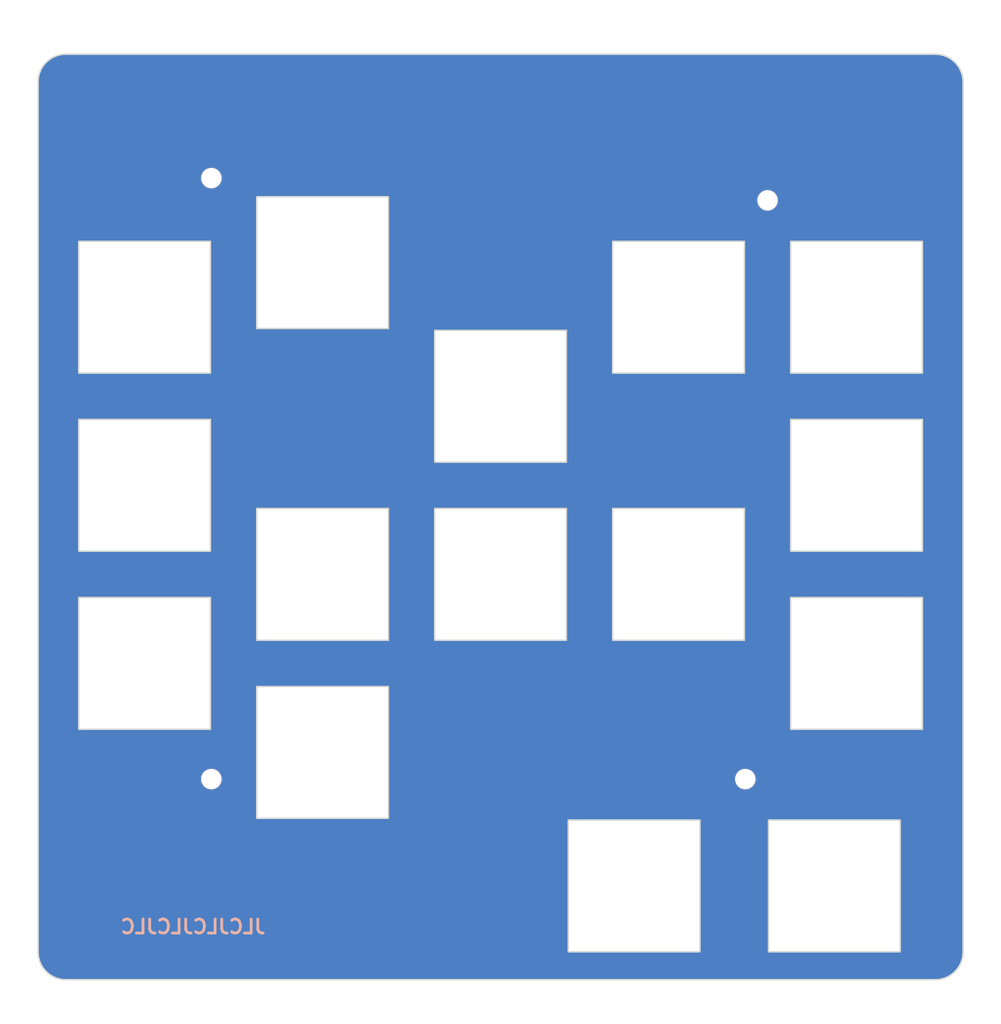
<source format=kicad_pcb>
(kicad_pcb (version 20221018) (generator pcbnew)
  (title_block (title "ISW-GEODE") (rev "1.0"))
  (layers (0 "F.Cu" signal) (31 "B.Cu" signal) (34 "B.Paste" user) (35 "F.Paste" user) (36 "B.SilkS" user "B.Silkscreen") (37 "F.SilkS" user "F.Silkscreen") (38 "B.Mask" user) (39 "F.Mask" user) (44 "Edge.Cuts" user))
  (net 0 "")
  (footprint "kbd_Hole:m2_Screw_Hole_EdgeCuts" (layer "F.Cu") (at 54.044945 102.7375)
    (fp_text reference "Ref04" hide)
    (fp_text value "Val01" hide)
    (fp_circle (center 0 0) (end 1.1 0) (stroke (width 0.01)) (fill none) (layer "Edge.Cuts"))
  )
  (footprint "kbd_SW_Hole:SW_Hole_1u" (layer "F.Cu") (at 123.101245 52.2562)
    (fp_text reference "SW12" hide)
    (fp_text value "SW_Push" hide)
    (fp_line (start -7.05 -7.05) (end 7.05 -7.05) (stroke (width 0.15)) (layer "Edge.Cuts"))
    (fp_line (start -7.05 7.05) (end -7.05 -7.05) (stroke (width 0.15)) (layer "Edge.Cuts"))
    (fp_line (start 7.05 -7.05) (end 7.05 7.05) (stroke (width 0.15)) (layer "Edge.Cuts"))
    (fp_line (start 7.05 7.05) (end -7.05 7.05) (stroke (width 0.15)) (layer "Edge.Cuts"))
  )
  (footprint "kbd_Hole:m2_Screw_Hole_EdgeCuts" (layer "F.Cu") (at 111.194945 102.7375)
    (fp_text reference "Ref03" hide)
    (fp_text value "Val01" hide)
    (fp_circle (center 0 0) (end 1.1 0) (stroke (width 0.01)) (fill none) (layer "Edge.Cuts"))
  )
  (footprint "kbd_SW_Hole:SW_Hole_1u" (layer "F.Cu") (at 65.951245 47.4937)
    (fp_text reference "SW4" hide)
    (fp_text value "SW_Push" hide)
    (fp_line (start -7.05 -7.05) (end 7.05 -7.05) (stroke (width 0.15)) (layer "Edge.Cuts"))
    (fp_line (start -7.05 7.05) (end -7.05 -7.05) (stroke (width 0.15)) (layer "Edge.Cuts"))
    (fp_line (start 7.05 -7.05) (end 7.05 7.05) (stroke (width 0.15)) (layer "Edge.Cuts"))
    (fp_line (start 7.05 7.05) (end -7.05 7.05) (stroke (width 0.15)) (layer "Edge.Cuts"))
  )
  (footprint "kbd_Hole:m2_Screw_Hole_EdgeCuts" (layer "F.Cu") (at 113.576245 40.825)
    (fp_text reference "Ref02" hide)
    (fp_text value "Val01" hide)
    (fp_circle (center 0 0) (end 1.1 0) (stroke (width 0.01)) (fill none) (layer "Edge.Cuts"))
  )
  (footprint "kbd_Hole:m2_Screw_Hole_EdgeCuts" (layer "F.Cu") (at 54.044945 38.4437)
    (fp_text reference "Ref01" hide)
    (fp_text value "Val01" hide)
    (fp_circle (center 0 0) (end 1.1 0) (stroke (width 0.01)) (fill none) (layer "Edge.Cuts"))
  )
  (footprint "kbd_SW_Hole:SW_Hole_1u" (layer "F.Cu") (at 123.101245 71.3062)
    (fp_text reference "SW13" hide)
    (fp_text value "SW_Push" hide)
    (fp_line (start -7.05 -7.05) (end 7.05 -7.05) (stroke (width 0.15)) (layer "Edge.Cuts"))
    (fp_line (start -7.05 7.05) (end -7.05 -7.05) (stroke (width 0.15)) (layer "Edge.Cuts"))
    (fp_line (start 7.05 -7.05) (end 7.05 7.05) (stroke (width 0.15)) (layer "Edge.Cuts"))
    (fp_line (start 7.05 7.05) (end -7.05 7.05) (stroke (width 0.15)) (layer "Edge.Cuts"))
  )
  (footprint "kbd_SW_Hole:SW_Hole_1u" (layer "F.Cu") (at 46.901245 71.3062)
    (fp_text reference "SW2" hide)
    (fp_text value "SW_Push" hide)
    (fp_line (start -7.05 -7.05) (end 7.05 -7.05) (stroke (width 0.15)) (layer "Edge.Cuts"))
    (fp_line (start -7.05 7.05) (end -7.05 -7.05) (stroke (width 0.15)) (layer "Edge.Cuts"))
    (fp_line (start 7.05 -7.05) (end 7.05 7.05) (stroke (width 0.15)) (layer "Edge.Cuts"))
    (fp_line (start 7.05 7.05) (end -7.05 7.05) (stroke (width 0.15)) (layer "Edge.Cuts"))
  )
  (footprint "kbd_SW_Hole:SW_Hole_1u" (layer "F.Cu") (at 46.901245 52.2562)
    (fp_text reference "SW1" hide)
    (fp_text value "SW_Push" hide)
    (fp_line (start -7.05 -7.05) (end 7.05 -7.05) (stroke (width 0.15)) (layer "Edge.Cuts"))
    (fp_line (start -7.05 7.05) (end -7.05 -7.05) (stroke (width 0.15)) (layer "Edge.Cuts"))
    (fp_line (start 7.05 -7.05) (end 7.05 7.05) (stroke (width 0.15)) (layer "Edge.Cuts"))
    (fp_line (start 7.05 7.05) (end -7.05 7.05) (stroke (width 0.15)) (layer "Edge.Cuts"))
  )
  (footprint "kbd_SW_Hole:SW_Hole_1u" (layer "F.Cu") (at 65.951245 80.8312)
    (fp_text reference "SW5" hide)
    (fp_text value "SW_Push" hide)
    (fp_line (start -7.05 -7.05) (end 7.05 -7.05) (stroke (width 0.15)) (layer "Edge.Cuts"))
    (fp_line (start -7.05 7.05) (end -7.05 -7.05) (stroke (width 0.15)) (layer "Edge.Cuts"))
    (fp_line (start 7.05 -7.05) (end 7.05 7.05) (stroke (width 0.15)) (layer "Edge.Cuts"))
    (fp_line (start 7.05 7.05) (end -7.05 7.05) (stroke (width 0.15)) (layer "Edge.Cuts"))
  )
  (footprint "kbd_SW_Hole:SW_Hole_1u" (layer "F.Cu") (at 46.901245 90.3562)
    (fp_text reference "SW3" hide)
    (fp_text value "SW_Push" hide)
    (fp_line (start -7.05 -7.05) (end 7.05 -7.05) (stroke (width 0.15)) (layer "Edge.Cuts"))
    (fp_line (start -7.05 7.05) (end -7.05 -7.05) (stroke (width 0.15)) (layer "Edge.Cuts"))
    (fp_line (start 7.05 -7.05) (end 7.05 7.05) (stroke (width 0.15)) (layer "Edge.Cuts"))
    (fp_line (start 7.05 7.05) (end -7.05 7.05) (stroke (width 0.15)) (layer "Edge.Cuts"))
  )
  (footprint "kbd_SW_Hole:SW_Hole_1.25u" (layer "F.Cu") (at 120.719945 114.1687)
    (fp_text reference "SW15" hide)
    (fp_text value "SW_Push" hide)
    (fp_line (start -7.05 -7.05) (end 7.05 -7.05) (stroke (width 0.15)) (layer "Edge.Cuts"))
    (fp_line (start -7.05 7.05) (end -7.05 -7.05) (stroke (width 0.15)) (layer "Edge.Cuts"))
    (fp_line (start 7.05 -7.05) (end 7.05 7.05) (stroke (width 0.15)) (layer "Edge.Cuts"))
    (fp_line (start 7.05 7.05) (end -7.05 7.05) (stroke (width 0.15)) (layer "Edge.Cuts"))
  )
  (footprint "kbd_SW_Hole:SW_Hole_1u" (layer "F.Cu") (at 85.001245 61.7812)
    (fp_text reference "SW7" hide)
    (fp_text value "SW_Push" hide)
    (fp_line (start -7.05 -7.05) (end 7.05 -7.05) (stroke (width 0.15)) (layer "Edge.Cuts"))
    (fp_line (start -7.05 7.05) (end -7.05 -7.05) (stroke (width 0.15)) (layer "Edge.Cuts"))
    (fp_line (start 7.05 -7.05) (end 7.05 7.05) (stroke (width 0.15)) (layer "Edge.Cuts"))
    (fp_line (start 7.05 7.05) (end -7.05 7.05) (stroke (width 0.15)) (layer "Edge.Cuts"))
  )
  (footprint "kbd_SW_Hole:SW_Hole_1u" (layer "F.Cu") (at 123.101245 90.3562)
    (fp_text reference "SW14" hide)
    (fp_text value "SW_Push" hide)
    (fp_line (start -7.05 -7.05) (end 7.05 -7.05) (stroke (width 0.15)) (layer "Edge.Cuts"))
    (fp_line (start -7.05 7.05) (end -7.05 -7.05) (stroke (width 0.15)) (layer "Edge.Cuts"))
    (fp_line (start 7.05 -7.05) (end 7.05 7.05) (stroke (width 0.15)) (layer "Edge.Cuts"))
    (fp_line (start 7.05 7.05) (end -7.05 7.05) (stroke (width 0.15)) (layer "Edge.Cuts"))
  )
  (footprint "kbd_SW_Hole:SW_Hole_1u" (layer "F.Cu") (at 104.051245 80.8312)
    (fp_text reference "SW10" hide)
    (fp_text value "SW_Push" hide)
    (fp_line (start -7.05 -7.05) (end 7.05 -7.05) (stroke (width 0.15)) (layer "Edge.Cuts"))
    (fp_line (start -7.05 7.05) (end -7.05 -7.05) (stroke (width 0.15)) (layer "Edge.Cuts"))
    (fp_line (start 7.05 -7.05) (end 7.05 7.05) (stroke (width 0.15)) (layer "Edge.Cuts"))
    (fp_line (start 7.05 7.05) (end -7.05 7.05) (stroke (width 0.15)) (layer "Edge.Cuts"))
  )
  (footprint "kbd_SW_Hole:SW_Hole_1u" (layer "F.Cu") (at 65.951245 99.8812)
    (fp_text reference "SW6" hide)
    (fp_text value "SW_Push" hide)
    (fp_line (start -7.05 -7.05) (end 7.05 -7.05) (stroke (width 0.15)) (layer "Edge.Cuts"))
    (fp_line (start -7.05 7.05) (end -7.05 -7.05) (stroke (width 0.15)) (layer "Edge.Cuts"))
    (fp_line (start 7.05 -7.05) (end 7.05 7.05) (stroke (width 0.15)) (layer "Edge.Cuts"))
    (fp_line (start 7.05 7.05) (end -7.05 7.05) (stroke (width 0.15)) (layer "Edge.Cuts"))
  )
  (footprint "kbd_SW_Hole:SW_Hole_1u" (layer "F.Cu") (at 104.051245 52.2562)
    (fp_text reference "SW9" hide)
    (fp_text value "SW_Push" hide)
    (fp_line (start -7.05 -7.05) (end 7.05 -7.05) (stroke (width 0.15)) (layer "Edge.Cuts"))
    (fp_line (start -7.05 7.05) (end -7.05 -7.05) (stroke (width 0.15)) (layer "Edge.Cuts"))
    (fp_line (start 7.05 -7.05) (end 7.05 7.05) (stroke (width 0.15)) (layer "Edge.Cuts"))
    (fp_line (start 7.05 7.05) (end -7.05 7.05) (stroke (width 0.15)) (layer "Edge.Cuts"))
  )
  (footprint "kbd_SW_Hole:SW_Hole_1u" (layer "F.Cu") (at 85.001245 80.8312)
    (fp_text reference "SW8" hide)
    (fp_text value "SW_Push" hide)
    (fp_line (start -7.05 -7.05) (end 7.05 -7.05) (stroke (width 0.15)) (layer "Edge.Cuts"))
    (fp_line (start -7.05 7.05) (end -7.05 -7.05) (stroke (width 0.15)) (layer "Edge.Cuts"))
    (fp_line (start 7.05 -7.05) (end 7.05 7.05) (stroke (width 0.15)) (layer "Edge.Cuts"))
    (fp_line (start 7.05 7.05) (end -7.05 7.05) (stroke (width 0.15)) (layer "Edge.Cuts"))
  )
  (footprint "kbd_SW_Hole:SW_Hole_1u" (layer "F.Cu") (at 99.288745 114.1687)
    (fp_text reference "SW11" hide)
    (fp_text value "SW_Push" hide)
    (fp_line (start -7.05 -7.05) (end 7.05 -7.05) (stroke (width 0.15)) (layer "Edge.Cuts"))
    (fp_line (start -7.05 7.05) (end -7.05 -7.05) (stroke (width 0.15)) (layer "Edge.Cuts"))
    (fp_line (start 7.05 -7.05) (end 7.05 7.05) (stroke (width 0.15)) (layer "Edge.Cuts"))
    (fp_line (start 7.05 7.05) (end -7.05 7.05) (stroke (width 0.15)) (layer "Edge.Cuts"))
  )
  (gr_line (start 35.734415 122.379236) (end 35.681208 122.244387) (stroke (width 0.15)) (layer "Edge.Cuts"))
  (gr_line (start 134.208683 122.51078) (end 134.143083 122.638832) (stroke (width 0.15)) (layer "Edge.Cuts"))
  (gr_line (start 134.143083 26.748461) (end 134.208683 26.876516) (stroke (width 0.15)) (layer "Edge.Cuts"))
  (gr_line (start 133.308412 123.603283) (end 133.191953 123.68612) (stroke (width 0.15)) (layer "Edge.Cuts"))
  (gr_line (start 38.018833 124.159393) (end 37.872629 124.133255) (stroke (width 0.15)) (layer "Edge.Cuts"))
  (gr_line (start 133.823288 123.112379) (end 133.729925 123.220164) (stroke (width 0.15)) (layer "Edge.Cuts"))
  (gr_line (start 36.179393 26.274911) (end 36.272769 26.167127) (stroke (width 0.15)) (layer "Edge.Cuts"))
  (gr_line (start 36.474315 123.421702) (end 36.371146 123.323335) (stroke (width 0.15)) (layer "Edge.Cuts"))
  (gr_line (start 37.183705 123.900578) (end 37.055649 123.834955) (stroke (width 0.15)) (layer "Edge.Cuts"))
  (gr_line (start 133.308412 25.78402) (end 133.420626 25.872218) (stroke (width 0.15)) (layer "Edge.Cuts"))
  (gr_line (start 132.273536 124.100069) (end 132.129831 124.133255) (stroke (width 0.15)) (layer "Edge.Cuts"))
  (gr_line (start 131.684069 124.189773) (end 131.531222 124.193641) (stroke (width 0.15)) (layer "Edge.Cuts"))
  (gr_line (start 36.810752 25.701185) (end 36.93126 25.623903) (stroke (width 0.15)) (layer "Edge.Cuts"))
  (gr_line (start 36.179404 123.112379) (end 36.091205 123.000166) (stroke (width 0.15)) (layer "Edge.Cuts"))
  (gr_line (start 133.528407 25.965593) (end 133.631569 26.063959) (stroke (width 0.15)) (layer "Edge.Cuts"))
  (gr_line (start 134.368061 122.106421) (end 134.321359 122.244387) (stroke (width 0.15)) (layer "Edge.Cuts"))
  (gr_line (start 133.729925 26.167127) (end 133.823288 26.274911) (stroke (width 0.15)) (layer "Edge.Cuts"))
  (gr_line (start 134.071556 26.624085) (end 134.143083 26.748461) (stroke (width 0.15)) (layer "Edge.Cuts"))
  (gr_line (start 131.983561 124.159393) (end 131.834911 124.178295) (stroke (width 0.15)) (layer "Edge.Cuts"))
  (gr_line (start 134.143083 122.638832) (end 134.071556 122.763205) (stroke (width 0.15)) (layer "Edge.Cuts"))
  (gr_line (start 37.588066 25.327308) (end 37.72897 25.287264) (stroke (width 0.15)) (layer "Edge.Cuts"))
  (gr_line (start 133.420626 123.515081) (end 133.308412 123.603283) (stroke (width 0.15)) (layer "Edge.Cuts"))
  (gr_line (start 133.994291 26.503577) (end 134.071556 26.624085) (stroke (width 0.15)) (layer "Edge.Cuts"))
  (gr_line (start 134.441261 121.821886) (end 134.408091 121.965525) (stroke (width 0.15)) (layer "Edge.Cuts"))
  (gr_line (start 133.823288 26.274911) (end 133.911472 26.387123) (stroke (width 0.15)) (layer "Edge.Cuts"))
  (gr_line (start 134.268171 122.379236) (end 134.208683 122.51078) (stroke (width 0.15)) (layer "Edge.Cuts"))
  (gr_line (start 132.414489 25.327308) (end 132.552503 25.374028) (stroke (width 0.15)) (layer "Edge.Cuts"))
  (gr_line (start 35.535122 27.711649) (end 35.561257 27.565444) (stroke (width 0.15)) (layer "Edge.Cuts"))
  (gr_line (start 36.27278 123.220164) (end 36.179404 123.112379) (stroke (width 0.15)) (layer "Edge.Cuts"))
  (gr_line (start 131.531222 25.1937) (end 131.684069 25.197568) (stroke (width 0.15)) (layer "Edge.Cuts"))
  (gr_line (start 35.634488 122.106421) (end 35.594443 121.965525) (stroke (width 0.15)) (layer "Edge.Cuts"))
  (gr_line (start 36.582086 25.872218) (end 36.694298 25.78402) (stroke (width 0.15)) (layer "Edge.Cuts"))
  (gr_line (start 38.318161 25.197568) (end 38.470917 25.1937) (stroke (width 0.15)) (layer "Edge.Cuts"))
  (gr_line (start 35.500878 121.223647) (end 35.500878 28.163739) (stroke (width 0.15)) (layer "Edge.Cuts"))
  (gr_line (start 134.497747 28.010984) (end 134.501612 28.163739) (stroke (width 0.15)) (layer "Edge.Cuts"))
  (gr_line (start 133.071434 123.763407) (end 132.947043 123.834955) (stroke (width 0.15)) (layer "Edge.Cuts"))
  (gr_line (start 36.371134 26.063959) (end 36.474302 25.965593) (stroke (width 0.15)) (layer "Edge.Cuts"))
  (gr_line (start 36.810766 123.68612) (end 36.694312 123.603283) (stroke (width 0.15)) (layer "Edge.Cuts"))
  (gr_line (start 35.931086 122.763205) (end 35.859541 122.638832) (stroke (width 0.15)) (layer "Edge.Cuts"))
  (gr_line (start 38.167402 25.209045) (end 38.318161 25.197568) (stroke (width 0.15)) (layer "Edge.Cuts"))
  (gr_line (start 38.470917 25.1937) (end 131.531222 25.1937) (stroke (width 0.15)) (layer "Edge.Cuts"))
  (gr_line (start 133.911472 26.387123) (end 133.994291 26.503577) (stroke (width 0.15)) (layer "Edge.Cuts"))
  (gr_line (start 134.497747 121.376385) (end 134.486276 121.527129) (stroke (width 0.15)) (layer "Edge.Cuts"))
  (gr_line (start 134.071556 122.763205) (end 133.994291 122.883712) (stroke (width 0.15)) (layer "Edge.Cuts"))
  (gr_line (start 133.071434 25.623903) (end 133.191953 25.701185) (stroke (width 0.15)) (layer "Edge.Cuts"))
  (gr_line (start 134.486276 121.527129) (end 134.467384 121.675692) (stroke (width 0.15)) (layer "Edge.Cuts"))
  (gr_line (start 35.634486 27.280891) (end 35.681205 27.142918) (stroke (width 0.15)) (layer "Edge.Cuts"))
  (gr_line (start 37.872629 124.133255) (end 37.728981 124.100069) (stroke (width 0.15)) (layer "Edge.Cuts"))
  (gr_line (start 37.728981 124.100069) (end 37.588078 124.060021) (stroke (width 0.15)) (layer "Edge.Cuts"))
  (gr_line (start 35.504746 28.010984) (end 35.516223 27.860225) (stroke (width 0.15)) (layer "Edge.Cuts"))
  (gr_line (start 133.911472 123.000166) (end 133.823288 123.112379) (stroke (width 0.15)) (layer "Edge.Cuts"))
  (gr_line (start 35.793922 122.51078) (end 35.734415 122.379236) (stroke (width 0.15)) (layer "Edge.Cuts"))
  (gr_line (start 37.055649 123.834955) (end 36.931274 123.763407) (stroke (width 0.15)) (layer "Edge.Cuts"))
  (gr_line (start 131.834911 25.209045) (end 131.983561 25.227945) (stroke (width 0.15)) (layer "Edge.Cuts"))
  (gr_line (start 133.420626 25.872218) (end 133.528407 25.965593) (stroke (width 0.15)) (layer "Edge.Cuts"))
  (gr_line (start 132.687391 123.960088) (end 132.552503 124.013298) (stroke (width 0.15)) (layer "Edge.Cuts"))
  (gr_line (start 132.129831 124.133255) (end 131.983561 124.159393) (stroke (width 0.15)) (layer "Edge.Cuts"))
  (gr_line (start 35.516223 121.527129) (end 35.504746 121.376385) (stroke (width 0.15)) (layer "Edge.Cuts"))
  (gr_line (start 134.501612 28.163739) (end 134.501612 121.223647) (stroke (width 0.15)) (layer "Edge.Cuts"))
  (gr_line (start 132.414489 124.060021) (end 132.273536 124.100069) (stroke (width 0.15)) (layer "Edge.Cuts"))
  (gr_line (start 35.859541 122.638832) (end 35.793922 122.51078) (stroke (width 0.15)) (layer "Edge.Cuts"))
  (gr_line (start 36.582099 123.515081) (end 36.474315 123.421702) (stroke (width 0.15)) (layer "Edge.Cuts"))
  (gr_line (start 134.268171 27.008064) (end 134.321359 27.142918) (stroke (width 0.15)) (layer "Edge.Cuts"))
  (gr_line (start 38.318164 124.189773) (end 38.167407 124.178295) (stroke (width 0.15)) (layer "Edge.Cuts"))
  (gr_line (start 36.272769 26.167127) (end 36.371134 26.063959) (stroke (width 0.15)) (layer "Edge.Cuts"))
  (gr_line (start 35.594443 121.965525) (end 35.561259 121.821886) (stroke (width 0.15)) (layer "Edge.Cuts"))
  (gr_line (start 38.470917 124.193641) (end 38.318164 124.189773) (stroke (width 0.15)) (layer "Edge.Cuts"))
  (gr_line (start 37.450106 124.013298) (end 37.315253 123.960088) (stroke (width 0.15)) (layer "Edge.Cuts"))
  (gr_line (start 36.008361 26.503577) (end 36.091195 26.387123) (stroke (width 0.15)) (layer "Edge.Cuts"))
  (gr_line (start 37.872619 25.25408) (end 38.018826 25.227945) (stroke (width 0.15)) (layer "Edge.Cuts"))
  (gr_line (start 35.859535 26.748461) (end 35.931079 26.624085) (stroke (width 0.15)) (layer "Edge.Cuts"))
  (gr_line (start 134.408091 121.965525) (end 134.368061 122.106421) (stroke (width 0.15)) (layer "Edge.Cuts"))
  (gr_line (start 37.450093 25.374028) (end 37.588066 25.327308) (stroke (width 0.15)) (layer "Edge.Cuts"))
  (gr_line (start 133.528407 123.421702) (end 133.420626 123.515081) (stroke (width 0.15)) (layer "Edge.Cuts"))
  (gr_line (start 133.729925 123.220164) (end 133.631569 123.323335) (stroke (width 0.15)) (layer "Edge.Cuts"))
  (gr_line (start 134.321359 27.142918) (end 134.368061 27.280891) (stroke (width 0.15)) (layer "Edge.Cuts"))
  (gr_line (start 37.315239 25.427234) (end 37.450093 25.374028) (stroke (width 0.15)) (layer "Edge.Cuts"))
  (gr_line (start 132.552503 124.013298) (end 132.414489 124.060021) (stroke (width 0.15)) (layer "Edge.Cuts"))
  (gr_line (start 35.561259 121.821886) (end 35.535123 121.675692) (stroke (width 0.15)) (layer "Edge.Cuts"))
  (gr_line (start 36.931274 123.763407) (end 36.810766 123.68612) (stroke (width 0.15)) (layer "Edge.Cuts"))
  (gr_line (start 134.408091 27.421795) (end 134.441261 27.565444) (stroke (width 0.15)) (layer "Edge.Cuts"))
  (gr_line (start 35.504746 121.376385) (end 35.500878 121.223647) (stroke (width 0.15)) (layer "Edge.Cuts"))
  (gr_line (start 132.552503 25.374028) (end 132.687391 25.427234) (stroke (width 0.15)) (layer "Edge.Cuts"))
  (gr_line (start 36.93126 25.623903) (end 37.055635 25.552358) (stroke (width 0.15)) (layer "Edge.Cuts"))
  (gr_line (start 132.818967 25.48674) (end 132.947043 25.552358) (stroke (width 0.15)) (layer "Edge.Cuts"))
  (gr_line (start 134.486276 27.860225) (end 134.497747 28.010984) (stroke (width 0.15)) (layer "Edge.Cuts"))
  (gr_line (start 133.631569 26.063959) (end 133.729925 26.167127) (stroke (width 0.15)) (layer "Edge.Cuts"))
  (gr_line (start 37.183691 25.48674) (end 37.315239 25.427234) (stroke (width 0.15)) (layer "Edge.Cuts"))
  (gr_line (start 35.500878 28.163739) (end 35.504746 28.010984) (stroke (width 0.15)) (layer "Edge.Cuts"))
  (gr_line (start 35.561257 27.565444) (end 35.594441 27.421795) (stroke (width 0.15)) (layer "Edge.Cuts"))
  (gr_line (start 36.371146 123.323335) (end 36.27278 123.220164) (stroke (width 0.15)) (layer "Edge.Cuts"))
  (gr_line (start 133.631569 123.323335) (end 133.528407 123.421702) (stroke (width 0.15)) (layer "Edge.Cuts"))
  (gr_line (start 35.793916 26.876516) (end 35.859535 26.748461) (stroke (width 0.15)) (layer "Edge.Cuts"))
  (gr_line (start 36.091205 123.000166) (end 36.00837 122.883712) (stroke (width 0.15)) (layer "Edge.Cuts"))
  (gr_line (start 35.681208 122.244387) (end 35.634488 122.106421) (stroke (width 0.15)) (layer "Edge.Cuts"))
  (gr_line (start 131.834911 124.178295) (end 131.684069 124.189773) (stroke (width 0.15)) (layer "Edge.Cuts"))
  (gr_line (start 133.191953 123.68612) (end 133.071434 123.763407) (stroke (width 0.15)) (layer "Edge.Cuts"))
  (gr_line (start 37.72897 25.287264) (end 37.872619 25.25408) (stroke (width 0.15)) (layer "Edge.Cuts"))
  (gr_line (start 132.947043 123.834955) (end 132.818967 123.900578) (stroke (width 0.15)) (layer "Edge.Cuts"))
  (gr_line (start 132.129831 25.25408) (end 132.273536 25.287264) (stroke (width 0.15)) (layer "Edge.Cuts"))
  (gr_line (start 35.73441 27.008064) (end 35.793916 26.876516) (stroke (width 0.15)) (layer "Edge.Cuts"))
  (gr_line (start 37.055635 25.552358) (end 37.183691 25.48674) (stroke (width 0.15)) (layer "Edge.Cuts"))
  (gr_line (start 38.167407 124.178295) (end 38.018833 124.159393) (stroke (width 0.15)) (layer "Edge.Cuts"))
  (gr_line (start 37.315253 123.960088) (end 37.183705 123.900578) (stroke (width 0.15)) (layer "Edge.Cuts"))
  (gr_line (start 132.947043 25.552358) (end 133.071434 25.623903) (stroke (width 0.15)) (layer "Edge.Cuts"))
  (gr_line (start 36.474302 25.965593) (end 36.582086 25.872218) (stroke (width 0.15)) (layer "Edge.Cuts"))
  (gr_line (start 134.467384 121.675692) (end 134.441261 121.821886) (stroke (width 0.15)) (layer "Edge.Cuts"))
  (gr_line (start 131.983561 25.227945) (end 132.129831 25.25408) (stroke (width 0.15)) (layer "Edge.Cuts"))
  (gr_line (start 38.018826 25.227945) (end 38.167402 25.209045) (stroke (width 0.15)) (layer "Edge.Cuts"))
  (gr_line (start 134.501612 121.223647) (end 134.497747 121.376385) (stroke (width 0.15)) (layer "Edge.Cuts"))
  (gr_line (start 35.516223 27.860225) (end 35.535122 27.711649) (stroke (width 0.15)) (layer "Edge.Cuts"))
  (gr_line (start 131.531222 124.193641) (end 38.470917 124.193641) (stroke (width 0.15)) (layer "Edge.Cuts"))
  (gr_line (start 134.368061 27.280891) (end 134.408091 27.421795) (stroke (width 0.15)) (layer "Edge.Cuts"))
  (gr_line (start 35.681205 27.142918) (end 35.73441 27.008064) (stroke (width 0.15)) (layer "Edge.Cuts"))
  (gr_line (start 134.467384 27.711649) (end 134.486276 27.860225) (stroke (width 0.15)) (layer "Edge.Cuts"))
  (gr_line (start 133.994291 122.883712) (end 133.911472 123.000166) (stroke (width 0.15)) (layer "Edge.Cuts"))
  (gr_line (start 134.208683 26.876516) (end 134.268171 27.008064) (stroke (width 0.15)) (layer "Edge.Cuts"))
  (gr_line (start 35.931079 26.624085) (end 36.008361 26.503577) (stroke (width 0.15)) (layer "Edge.Cuts"))
  (gr_line (start 36.694312 123.603283) (end 36.582099 123.515081) (stroke (width 0.15)) (layer "Edge.Cuts"))
  (gr_line (start 134.441261 27.565444) (end 134.467384 27.711649) (stroke (width 0.15)) (layer "Edge.Cuts"))
  (gr_line (start 36.091195 26.387123) (end 36.179393 26.274911) (stroke (width 0.15)) (layer "Edge.Cuts"))
  (gr_line (start 35.594441 27.421795) (end 35.634486 27.280891) (stroke (width 0.15)) (layer "Edge.Cuts"))
  (gr_line (start 132.273536 25.287264) (end 132.414489 25.327308) (stroke (width 0.15)) (layer "Edge.Cuts"))
  (gr_line (start 132.687391 25.427234) (end 132.818967 25.48674) (stroke (width 0.15)) (layer "Edge.Cuts"))
  (gr_line (start 134.321359 122.244387) (end 134.268171 122.379236) (stroke (width 0.15)) (layer "Edge.Cuts"))
  (gr_line (start 131.684069 25.197568) (end 131.834911 25.209045) (stroke (width 0.15)) (layer "Edge.Cuts"))
  (gr_line (start 132.818967 123.900578) (end 132.687391 123.960088) (stroke (width 0.15)) (layer "Edge.Cuts"))
  (gr_line (start 36.694298 25.78402) (end 36.810752 25.701185) (stroke (width 0.15)) (layer "Edge.Cuts"))
  (gr_line (start 35.535123 121.675692) (end 35.516223 121.527129) (stroke (width 0.15)) (layer "Edge.Cuts"))
  (gr_line (start 36.00837 122.883712) (end 35.931086 122.763205) (stroke (width 0.15)) (layer "Edge.Cuts"))
  (gr_line (start 37.588078 124.060021) (end 37.450106 124.013298) (stroke (width 0.15)) (layer "Edge.Cuts"))
  (gr_line (start 133.191953 25.701185) (end 133.308412 25.78402) (stroke (width 0.15)) (layer "Edge.Cuts"))
  (gr_text "JLCJLCJLCJLC" (at 59.99812 119.40625) (layer "B.SilkS") (effects (font (size 1.5 1.5) (thickness 0.3) bold) (justify left bottom mirror)))
  (zone (net 0) (net_name "") (layers "F&B.Cu") (connect_pads (clearance 0.5)) (min_thickness 0.25) (fill yes (thermal_gap 0.5) (thermal_bridge_width 0.5) (island_removal_mode 1) (island_area_min 10))
    (polygon (pts (xy 31.42312 19.39375) (xy 138.57937 19.39375) (xy 138.57937 128.93125) (xy 31.42312 128.93125)))
  )
)
</source>
